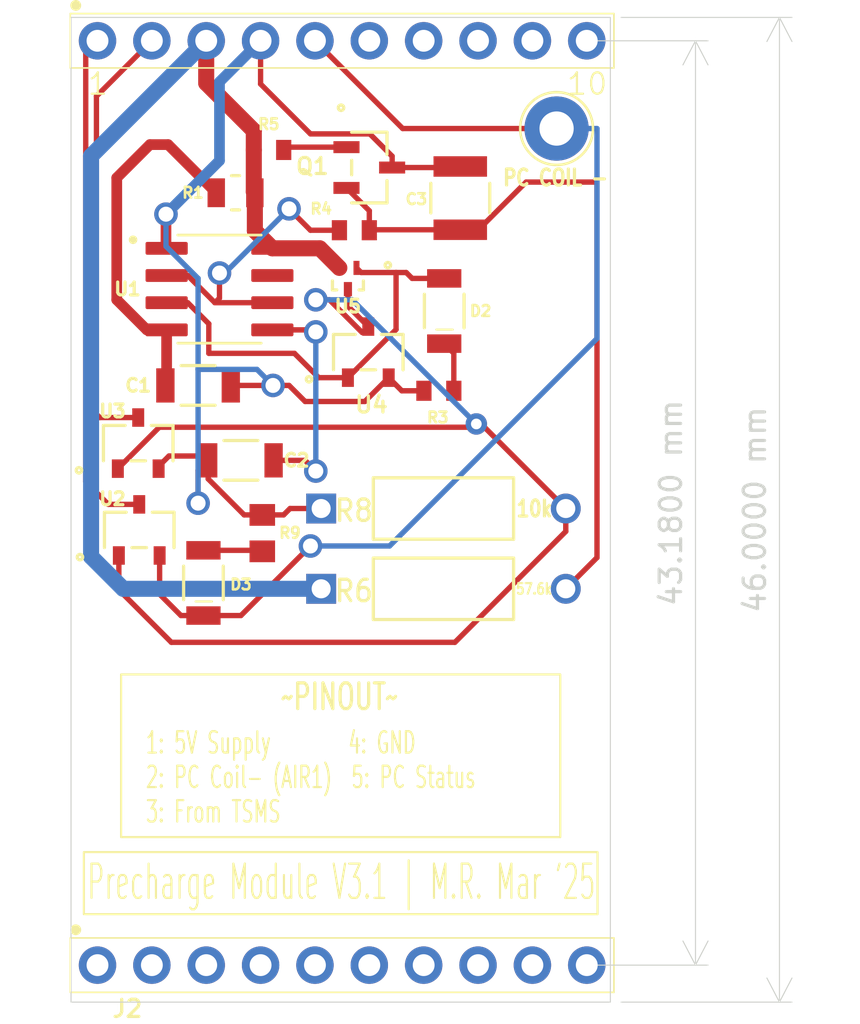
<source format=kicad_pcb>
(kicad_pcb (version 20240108) (generator "pcbnew") (generator_version "8.0")
  (layers (0 "F.Cu" signal) (31 "B.Cu" signal) (34 "B.Paste" user) (35 "F.Paste" user) (36 "B.SilkS" user "B.Silkscreen") (37 "F.SilkS" user "F.Silkscreen") (38 "B.Mask" user) (39 "F.Mask" user) (44 "Edge.Cuts" user))
  (net 0 "")
  (net 1 "Net-(Q1-C)")
  (net 2 "Net-(U1-CV)")
  (net 3 "Net-(U1-R)")
  (net 4 "Net-(D2-K)")
  (net 5 "Net-(D2-A)")
  (net 6 "Net-(D3-A)")
  (net 7 "Net-(D3-K)")
  (net 8 "Net-(U3-D)")
  (net 9 "Net-(U2-D)")
  (net 10 "Net-(Q1-E)")
  (net 11 "Net-(Q1-B)")
  (net 12 "Net-(U1-THR)")
  (net 14 "Net-(U1-VCC)")
  (net 15 "Net-(U3-G)")
  (net 16 "Net-(U2-G)")
  (footprint "Yellow RTDS LED:LED_AP3216SYD_KNB" (layer "F.Cu") (at 55.75 50.726 -90)
    (property "Reference" "D3" (at 0.074 -1.75 0) (layer "F.SilkS") (effects (font (size 0.5 0.5) (thickness 0.125))))
    (property "Value" "LED (Test)")
    (fp_line (start -0.78465 0.9271) (end 0.78465 0.9271) (stroke (width 0.1524)) (layer "F.SilkS"))
    (fp_line (start 0.78465 -0.9271) (end -0.78465 -0.9271) (stroke (width 0.1524)) (layer "F.SilkS"))
    (pad "1" smd rect (at -1.524 0 270) (size 0.8636 1.6002) (layers "F.Cu" "F.Paste" "F.Mask") (net 7 "Net-(D3-K)"))
    (pad "2" smd rect (at 1.524 0 270) (size 0.8636 1.6002) (layers "F.Cu" "F.Paste" "F.Mask") (net 6 "Net-(D3-A)"))
  )
  (footprint "CF14JT10K0:STA_CF14_STP" (layer "F.Cu") (at 61.25 51)
    (property "Reference" "R6" (at 1.53 0.1 0) (layer "F.SilkS") (effects (font (size 1 0.9))))
    (property "Value" "57.6k")
    (fp_line (start 2.4384 -1.4351) (end 2.4384 1.4351) (stroke (width 0.1524)) (layer "F.SilkS"))
    (fp_line (start 2.4384 1.4351) (end 8.9916 1.4351) (stroke (width 0.1524)) (layer "F.SilkS"))
    (fp_line (start 8.9916 -1.4351) (end 2.4384 -1.4351) (stroke (width 0.1524)) (layer "F.SilkS"))
    (fp_line (start 8.9916 1.4351) (end 8.9916 -1.4351) (stroke (width 0.1524)) (layer "F.SilkS"))
    (pad "1" thru_hole rect (at 0 0) (size 1.397 1.397) (drill 0.889) (layers "*.Cu" "*.Mask") (net 14 "Net-(U1-VCC)"))
    (pad "2" thru_hole circle (at 11.43 0) (size 1.397 1.397) (drill 0.889) (layers "*.Cu" "*.Mask") (net 10 "Net-(Q1-E)"))
  )
  (footprint "TestPoint:TestPoint_Loop_D2.60mm_Drill1.6mm_Beaded" (layer "F.Cu") (at 72.25 29.5)
    (property "Reference" "PC COIL -" (at -0.05 2.3 0) (layer "F.SilkS") (effects (font (size 0.75 0.6))))
    (property "Value" "TestPoint")
    (fp_circle (center 0 0) (end 1.7 0) (stroke (width 0.12)) (fill none) (layer "F.SilkS"))
    (pad "1" thru_hole circle (at 0 0) (size 3 3) (drill 1.6) (layers "*.Cu" "*.Mask") (net 6 "Net-(D3-A)"))
  )
  (footprint "Transistor:SOT-23_MCC" (layer "F.Cu") (at 63.5 31.3215 -90)
    (property "Reference" "Q1" (at -0.0609 2.663 0) (layer "F.SilkS") (effects (font (size 0.75 0.75))))
    (property "Value" "SS8550")
    (fp_line (start -0.34036 0.8255) (end 0.34036 0.8255) (stroke (width 0.1524)) (layer "F.SilkS"))
    (fp_line (start 1.651 0.8255) (end 1.651 -0.8255) (stroke (width 0.1524)) (layer "F.SilkS"))
    (fp_line (start -1.651 -0.8255) (end -1.651 0.8255) (stroke (width 0.1524)) (layer "F.SilkS"))
    (fp_line (start -0.61214 -0.8255) (end -1.651 -0.8255) (stroke (width 0.1524)) (layer "F.SilkS"))
    (fp_line (start 1.651 -0.8255) (end 0.61214 -0.8255) (stroke (width 0.1524)) (layer "F.SilkS"))
    (fp_circle (center -2.794 1.3208) (end -2.667 1.3208) (stroke (width 0.1524)) (fill none) (layer "F.SilkS"))
    (pad "1" smd rect (at -0.9525 1.0668 270) (size 0.5588 1.2192) (layers "F.Cu" "F.Paste" "F.Mask") (net 11 "Net-(Q1-B)"))
    (pad "2" smd rect (at 0.9525 1.0668 270) (size 0.5588 1.2192) (layers "F.Cu" "F.Paste" "F.Mask") (net 10 "Net-(Q1-E)"))
    (pad "3" smd rect (at 0 -1.0668 270) (size 0.5588 1.2192) (layers "F.Cu" "F.Paste" "F.Mask") (net 1 "Net-(Q1-C)"))
  )
  (footprint "1k Resistor:STA_RMCF0603_STP" (layer "F.Cu") (at 66.75 41.75 180)
    (property "Reference" "R3" (at 0.0515 -1.25 0) (layer "F.SilkS") (effects (font (size 0.5 0.5) (thickness 0.125))))
    (property "Value" "1k")
    (pad "1" smd rect (at -0.6985 0 180) (size 0.7112 0.9398) (layers "F.Cu" "F.Paste" "F.Mask") (net 4 "Net-(D2-K)"))
    (pad "2" smd rect (at 0.6985 0 180) (size 0.7112 0.9398) (layers "F.Cu" "F.Paste" "F.Mask") (net 1 "Net-(Q1-C)"))
  )
  (footprint "Capacitor 47u:CAP_CL32_SAM" (layer "F.Cu") (at 67.75 32.75 90)
    (property "Reference" "C3" (at -0.05 -2.05 0) (layer "F.SilkS") (effects (font (size 0.5 0.5) (thickness 0.125))))
    (property "Value" "47u")
    (fp_line (start 0.692451 -1.377) (end -0.692451 -1.377) (stroke (width 0.1524)) (layer "F.SilkS"))
    (fp_line (start -0.692451 1.377) (end 0.692451 1.377) (stroke (width 0.1524)) (layer "F.SilkS"))
    (pad "1" smd rect (at -1.477801 0 90) (size 0.9556 2.5) (layers "F.Cu" "F.Paste" "F.Mask") (net 10 "Net-(Q1-E)"))
    (pad "2" smd rect (at 1.477801 0 90) (size 0.9556 2.5) (layers "F.Cu" "F.Paste" "F.Mask") (net 1 "Net-(Q1-C)"))
  )
  (footprint "Yellow RTDS LED:LED_AP3216SYD_KNB" (layer "F.Cu") (at 67 38.024 90)
    (property "Reference" "D2" (at 0 1.7 0) (layer "F.SilkS") (effects (font (size 0.5 0.5) (thickness 0.125))))
    (property "Value" "3 second timer")
    (fp_line (start 0.78465 -0.9271) (end -0.78465 -0.9271) (stroke (width 0.1524)) (layer "F.SilkS"))
    (fp_line (start -0.78465 0.9271) (end 0.78465 0.9271) (stroke (width 0.1524)) (layer "F.SilkS"))
    (pad "1" smd rect (at -1.524 0 90) (size 0.8636 1.6002) (layers "F.Cu" "F.Paste" "F.Mask") (net 4 "Net-(D2-K)"))
    (pad "2" smd rect (at 1.524 0 90) (size 0.8636 1.6002) (layers "F.Cu" "F.Paste" "F.Mask") (net 5 "Net-(D2-A)"))
  )
  (footprint "150 Ohm resistor:RC0805N_YAG" (layer "F.Cu") (at 58.5 48.3991 -90)
    (property "Reference" "R9" (at -0.012 -1.2916 0) (layer "F.SilkS") (effects (font (size 0.5 0.5) (thickness 0.125))))
    (property "Value" "150R")
    (pad "1" smd rect (at -0.8509 0 270) (size 1.016 1.1938) (layers "F.Cu" "F.Paste" "F.Mask") (net 1 "Net-(Q1-C)"))
    (pad "2" smd rect (at 0.8509 0 270) (size 1.016 1.1938) (layers "F.Cu" "F.Paste" "F.Mask") (net 7 "Net-(D3-K)"))
  )
  (footprint "CF14JT10K0:STA_CF14_STP" (layer "F.Cu") (at 61.25 47.25)
    (property "Reference" "R8" (at 1.53 0.1 0) (layer "F.SilkS") (effects (font (size 1 0.9))))
    (property "Value" "10k")
    (fp_line (start 2.4384 -1.4351) (end 2.4384 1.4351) (stroke (width 0.1524)) (layer "F.SilkS"))
    (fp_line (start 2.4384 1.4351) (end 8.9916 1.4351) (stroke (width 0.1524)) (layer "F.SilkS"))
    (fp_line (start 8.9916 -1.4351) (end 2.4384 -1.4351) (stroke (width 0.1524)) (layer "F.SilkS"))
    (fp_line (start 8.9916 1.4351) (end 8.9916 -1.4351) (stroke (width 0.1524)) (layer "F.SilkS"))
    (pad "1" thru_hole rect (at 0 0) (size 1.397 1.397) (drill 0.889) (layers "*.Cu" "*.Mask") (net 1 "Net-(Q1-C)"))
    (pad "2" thru_hole circle (at 11.43 0) (size 1.397 1.397) (drill 0.889) (layers "*.Cu" "*.Mask") (net 16 "Net-(U2-G)"))
  )
  (footprint "0.1 C:CAP_CL31_SAM" (layer "F.Cu") (at 55.5 41.5)
    (property "Reference" "C1" (at -2.8 0 0) (layer "F.SilkS") (effects (font (size 0.6 0.6))))
    (property "Value" "0.1u")
    (fp_line (start -0.792451 0.927) (end 0.792451 0.927) (stroke (width 0.1524)) (layer "F.SilkS"))
    (fp_line (start 0.792451 -0.927) (end -0.792451 -0.927) (stroke (width 0.1524)) (layer "F.SilkS"))
    (pad "1" smd rect (at -1.527801 0) (size 0.8556 1.6) (layers "F.Cu" "F.Paste" "F.Mask") (net 3 "Net-(U1-R)"))
    (pad "2" smd rect (at 1.527801 0) (size 0.8556 1.6) (layers "F.Cu" "F.Paste" "F.Mask") (net 1 "Net-(Q1-C)"))
  )
  (footprint "0.1 C:CAP_CL31_SAM" (layer "F.Cu") (at 57.5 45 180)
    (property "Reference" "C2" (at -2.6 0 0) (layer "F.SilkS") (effects (font (size 0.6 0.6))))
    (property "Value" "0.1u")
    (fp_line (start 0.792451 -0.927) (end -0.792451 -0.927) (stroke (width 0.1524)) (layer "F.SilkS"))
    (fp_line (start -0.792451 0.927) (end 0.792451 0.927) (stroke (width 0.1524)) (layer "F.SilkS"))
    (pad "1" smd rect (at -1.527801 0 180) (size 0.8556 1.6) (layers "F.Cu" "F.Paste" "F.Mask") (net 2 "Net-(U1-CV)"))
    (pad "2" smd rect (at 1.527801 0 180) (size 0.8556 1.6) (layers "F.Cu" "F.Paste" "F.Mask") (net 1 "Net-(Q1-C)"))
  )
  (footprint "1k Resistor:STA_RMCF0603_STP" (layer "F.Cu") (at 58.8015 30.5)
    (property "Reference" "R5" (at 0 -1.2 0) (layer "F.SilkS") (effects (font (size 0.5 0.5) (thickness 0.125))))
    (property "Value" "1k")
    (pad "1" smd rect (at -0.6985 0) (size 0.7112 0.9398) (layers "F.Cu" "F.Paste" "F.Mask") (net 14 "Net-(U1-VCC)"))
    (pad "2" smd rect (at 0.6985 0) (size 0.7112 0.9398) (layers "F.Cu" "F.Paste" "F.Mask") (net 11 "Net-(Q1-B)"))
  )
  (footprint "IRLML2060TRPBF:SOT23_INF" (layer "F.Cu") (at 52.75 48.25)
    (property "Reference" "U2" (at -1.25 -1.45 0) (layer "F.SilkS") (effects (font (size 0.6 0.6))))
    (property "Value" "IRLML2060TRPBF")
    (fp_line (start -1.6256 -0.8255) (end -1.6256 0.8255) (stroke (width 0.1524)) (layer "F.SilkS"))
    (fp_line (start -0.61214 -0.8255) (end -1.6256 -0.8255) (stroke (width 0.1524)) (layer "F.SilkS"))
    (fp_line (start -0.34036 0.8255) (end 0.34036 0.8255) (stroke (width 0.1524)) (layer "F.SilkS"))
    (fp_line (start 1.6256 -0.8255) (end 0.61214 -0.8255) (stroke (width 0.1524)) (layer "F.SilkS"))
    (fp_line (start 1.6256 0.8255) (end 1.6256 -0.8255) (stroke (width 0.1524)) (layer "F.SilkS"))
    (fp_circle (center -2.7686 1.27) (end -2.6416 1.27) (stroke (width 0.1524)) (fill none) (layer "F.SilkS"))
    (pad "1" smd rect (at -0.9525 1.1938) (size 0.5588 0.8636) (layers "F.Cu" "F.Paste" "F.Mask") (net 16 "Net-(U2-G)"))
    (pad "2" smd rect (at 0.9525 1.1938) (size 0.5588 0.8636) (layers "F.Cu" "F.Paste" "F.Mask") (net 6 "Net-(D3-A)"))
    (pad "3" smd rect (at 0 -1.1938) (size 0.5588 0.8636) (layers "F.Cu" "F.Paste" "F.Mask") (net 9 "Net-(U2-D)"))
  )
  (footprint "IRLML2060TRPBF:SOT23_INF" (layer "F.Cu") (at 52.7025 44.1938)
    (property "Reference" "U3" (at -1.2025 -1.4938 0) (layer "F.SilkS") (effects (font (size 0.6 0.6))))
    (property "Value" "IRLML2060TRPBF")
    (fp_line (start -1.6256 -0.8255) (end -1.6256 0.8255) (stroke (width 0.1524)) (layer "F.SilkS"))
    (fp_line (start -0.61214 -0.8255) (end -1.6256 -0.8255) (stroke (width 0.1524)) (layer "F.SilkS"))
    (fp_line (start -0.34036 0.8255) (end 0.34036 0.8255) (stroke (width 0.1524)) (layer "F.SilkS"))
    (fp_line (start 1.6256 -0.8255) (end 0.61214 -0.8255) (stroke (width 0.1524)) (layer "F.SilkS"))
    (fp_line (start 1.6256 0.8255) (end 1.6256 -0.8255) (stroke (width 0.1524)) (layer "F.SilkS"))
    (fp_circle (center -2.7686 1.27) (end -2.6416 1.27) (stroke (width 0.1524)) (fill none) (layer "F.SilkS"))
    (pad "1" smd rect (at -0.9525 1.1938) (size 0.5588 0.8636) (layers "F.Cu" "F.Paste" "F.Mask") (net 16 "Net-(U2-G)"))
    (pad "2" smd rect (at 0.9525 1.1938) (size 0.5588 0.8636) (layers "F.Cu" "F.Paste" "F.Mask") (net 1 "Net-(Q1-C)"))
    (pad "3" smd rect (at 0 -1.1938) (size 0.5588 0.8636) (layers "F.Cu" "F.Paste" "F.Mask") (net 8 "Net-(U3-D)"))
  )
  (footprint "1k Resistor:STA_RMCF0603_STP" (layer "F.Cu") (at 62.8015 34.25)
    (property "Reference" "R4" (at -1.5515 -1 0) (layer "F.SilkS") (effects (font (size 0.5 0.5) (thickness 0.125))))
    (property "Value" "1k")
    (pad "1" smd rect (at -0.6985 0) (size 0.7112 0.9398) (layers "F.Cu" "F.Paste" "F.Mask") (net 12 "Net-(U1-THR)"))
    (pad "2" smd rect (at 0.6985 0) (size 0.7112 0.9398) (layers "F.Cu" "F.Paste" "F.Mask") (net 10 "Net-(Q1-E)"))
  )
  (footprint "10 pin output:1X10-2.54MM-THT" (layer "F.Cu") (at 50.8 68.58)
    (property "Reference" "J2" (at 1.397 2.032 0) (layer "F.SilkS") (effects (font (size 0.8 0.8))))
    (property "Value" "PH1-10-UA")
    (fp_line (start -1.27 -1.27) (end -1.27 1.27) (stroke (width 0.0762)) (layer "F.SilkS"))
    (fp_line (start -1.27 -1.27) (end 24.13 -1.27) (stroke (width 0.0762)) (layer "F.SilkS"))
    (fp_line (start 24.13 -1.27) (end 24.13 1.27) (stroke (width 0.0762)) (layer "F.SilkS"))
    (fp_line (start 24.13 1.27) (end -1.27 1.27) (stroke (width 0.0762)) (layer "F.SilkS"))
    (fp_circle (center -1.016 -1.651) (end -0.762 -1.651) (fill solid) (layer "F.SilkS"))
    (pad "1" thru_hole circle (at 0 0) (size 1.75 1.75) (drill 1.02) (layers "*.Cu" "*.Mask"))
    (pad "2" thru_hole circle (at 2.54 0) (size 1.75 1.75) (drill 1.02) (layers "*.Cu" "*.Mask"))
    (pad "3" thru_hole circle (at 5.08 0) (size 1.75 1.75) (drill 1.02) (layers "*.Cu" "*.Mask"))
    (pad "4" thru_hole circle (at 7.62 0) (size 1.75 1.75) (drill 1.02) (layers "*.Cu" "*.Mask"))
    (pad "5" thru_hole circle (at 10.16 0) (size 1.75 1.75) (drill 1.02) (layers "*.Cu" "*.Mask"))
    (pad "6" thru_hole circle (at 12.7 0) (size 1.75 1.75) (drill 1.02) (layers "*.Cu" "*.Mask"))
    (pad "7" thru_hole circle (at 15.24 0) (size 1.75 1.75) (drill 1.02) (layers "*.Cu" "*.Mask"))
    (pad "8" thru_hole circle (at 17.78 0) (size 1.75 1.75) (drill 1.02) (layers "*.Cu" "*.Mask"))
    (pad "9" thru_hole circle (at 20.32 0) (size 1.75 1.75) (drill 1.02) (layers "*.Cu" "*.Mask"))
    (pad "10" thru_hole circle (at 22.86 0) (size 1.75 1.75) (drill 1.02) (layers "*.Cu" "*.Mask"))
  )
  (footprint "555 Timer:SOIC127P599X175-8N" (layer "F.Cu") (at 56.5 37)
    (property "Reference" "U1" (at -4.3 0 0) (layer "F.SilkS") (effects (font (size 0.6 0.6))))
    (property "Value" "NE555D")
    (fp_line (start -1.95 -2.525) (end 1.95 -2.525) (stroke (width 0.127)) (layer "F.SilkS"))
    (fp_line (start -1.95 2.525) (end 1.95 2.525) (stroke (width 0.127)) (layer "F.SilkS"))
    (fp_circle (center -4.04 -2.305) (end -3.94 -2.305) (stroke (width 0.2)) (fill none) (layer "F.SilkS"))
    (pad "1" smd roundrect (at -2.47 -1.905) (size 1.97 0.6) (layers "F.Cu" "F.Paste" "F.Mask") (roundrect_rratio 0.125) (net 1 "Net-(Q1-C)"))
    (pad "2" smd roundrect (at -2.47 -0.635) (size 1.97 0.6) (layers "F.Cu" "F.Paste" "F.Mask") (roundrect_rratio 0.125) (net 12 "Net-(U1-THR)"))
    (pad "3" smd roundrect (at -2.47 0.635) (size 1.97 0.6) (layers "F.Cu" "F.Paste" "F.Mask") (roundrect_rratio 0.125) (net 5 "Net-(D2-A)"))
    (pad "4" smd roundrect (at -2.47 1.905) (size 1.97 0.6) (layers "F.Cu" "F.Paste" "F.Mask") (roundrect_rratio 0.125) (net 3 "Net-(U1-R)"))
    (pad "5" smd roundrect (at 2.47 1.905) (size 1.97 0.6) (layers "F.Cu" "F.Paste" "F.Mask") (roundrect_rratio 0.125) (net 2 "Net-(U1-CV)"))
    (pad "6" smd roundrect (at 2.47 0.635) (size 1.97 0.6) (layers "F.Cu" "F.Paste" "F.Mask") (roundrect_rratio 0.125) (net 12 "Net-(U1-THR)"))
    (pad "7" smd roundrect (at 2.47 -0.635) (size 1.97 0.6) (layers "F.Cu" "F.Paste" "F.Mask") (roundrect_rratio 0.125))
    (pad "8" smd roundrect (at 2.47 -1.905) (size 1.97 0.6) (layers "F.Cu" "F.Paste" "F.Mask") (roundrect_rratio 0.125) (net 14 "Net-(U1-VCC)"))
  )
  (footprint "IRLML2060TRPBF:SOT23_INF" (layer "F.Cu") (at 63.4525 39.9438)
    (property "Reference" "U4" (at 0.1475 2.4562 0) (layer "F.SilkS") (effects (font (size 0.75 0.75))))
    (property "Value" "IRLML2060TRPBF")
    (fp_line (start -1.6256 -0.8255) (end -1.6256 0.8255) (stroke (width 0.1524)) (layer "F.SilkS"))
    (fp_line (start -0.61214 -0.8255) (end -1.6256 -0.8255) (stroke (width 0.1524)) (layer "F.SilkS"))
    (fp_line (start -0.34036 0.8255) (end 0.34036 0.8255) (stroke (width 0.1524)) (layer "F.SilkS"))
    (fp_line (start 1.6256 -0.8255) (end 0.61214 -0.8255) (stroke (width 0.1524)) (layer "F.SilkS"))
    (fp_line (start 1.6256 0.8255) (end 1.6256 -0.8255) (stroke (width 0.1524)) (layer "F.SilkS"))
    (fp_circle (center -2.7686 1.27) (end -2.6416 1.27) (stroke (width 0.1524)) (fill none) (layer "F.SilkS"))
    (pad "1" smd rect (at -0.9525 1.1938) (size 0.5588 0.8636) (layers "F.Cu" "F.Paste" "F.Mask") (net 5 "Net-(D2-A)"))
    (pad "2" smd rect (at 0.9525 1.1938) (size 0.5588 0.8636) (layers "F.Cu" "F.Paste" "F.Mask") (net 1 "Net-(Q1-C)"))
    (pad "3" smd rect (at 0 -1.1938) (size 0.5588 0.8636) (layers "F.Cu" "F.Paste" "F.Mask") (net 16 "Net-(U2-G)"))
  )
  (footprint "22k resistor:STA_RMCF0805_STP" (layer "F.Cu") (at 57.25 32.5)
    (property "Reference" "R1" (at -1.9916 0 0) (layer "F.SilkS") (effects (font (size 0.5 0.5) (thickness 0.125))))
    (property "Value" "22k")
    (fp_line (start -0.18775 0.8001) (end 0.18775 0.8001) (stroke (width 0.1524)) (layer "F.SilkS"))
    (fp_line (start 0.18775 -0.8001) (end -0.18775 -0.8001) (stroke (width 0.1524)) (layer "F.SilkS"))
    (pad "1" smd rect (at -0.9017 0) (size 0.8128 1.3462) (layers "F.Cu" "F.Paste" "F.Mask") (net 3 "Net-(U1-R)"))
    (pad "2" smd rect (at 0.9017 0) (size 0.8128 1.3462) (layers "F.Cu" "F.Paste" "F.Mask") (net 14 "Net-(U1-VCC)"))
  )
  (footprint "10 pin output:1X10-2.54MM-THT" (layer "F.Cu") (at 50.8 25.4)
    (property "Reference" "J1" (hide yes))
    (property "Value" "PH1-10-UA")
    (fp_line (start -1.27 -1.27) (end -1.27 1.27) (stroke (width 0.0762)) (layer "F.SilkS"))
    (fp_line (start -1.27 -1.27) (end 24.13 -1.27) (stroke (width 0.0762)) (layer "F.SilkS"))
    (fp_line (start 24.13 -1.27) (end 24.13 1.27) (stroke (width 0.0762)) (layer "F.SilkS"))
    (fp_line (start 24.13 1.27) (end -1.27 1.27) (stroke (width 0.0762)) (layer "F.SilkS"))
    (fp_circle (center -1.016 -1.651) (end -0.762 -1.651) (fill solid) (layer "F.SilkS"))
    (pad "1" thru_hole circle (at 0 0) (size 1.75 1.75) (drill 1.02) (layers "*.Cu" "*.Mask") (net 9 "Net-(U2-D)"))
    (pad "2" thru_hole circle (at 2.54 0) (size 1.75 1.75) (drill 1.02) (layers "*.Cu" "*.Mask") (net 8 "Net-(U3-D)"))
    (pad "3" thru_hole circle (at 5.08 0) (size 1.75 1.75) (drill 1.02) (layers "*.Cu" "*.Mask") (net 14 "Net-(U1-VCC)"))
    (pad "4" thru_hole circle (at 7.62 0) (size 1.75 1.75) (drill 1.02) (layers "*.Cu" "*.Mask") (net 1 "Net-(Q1-C)"))
    (pad "5" thru_hole circle (at 10.16 0) (size 1.75 1.75) (drill 1.02) (layers "*.Cu" "*.Mask") (net 6 "Net-(D3-A)"))
    (pad "6" thru_hole circle (at 12.7 0) (size 1.75 1.75) (drill 1.02) (layers "*.Cu" "*.Mask"))
    (pad "7" thru_hole circle (at 15.24 0) (size 1.75 1.75) (drill 1.02) (layers "*.Cu" "*.Mask"))
    (pad "8" thru_hole circle (at 17.78 0) (size 1.75 1.75) (drill 1.02) (layers "*.Cu" "*.Mask"))
    (pad "9" thru_hole circle (at 20.32 0) (size 1.75 1.75) (drill 1.02) (layers "*.Cu" "*.Mask"))
    (pad "10" thru_hole circle (at 22.86 0) (size 1.75 1.75) (drill 1.02) (layers "*.Cu" "*.Mask"))
  )
  (footprint "PMOS:VESM_TOS" (layer "F.Cu") (at 62.5 36.5047 180)
    (property "Reference" "U5" (at 0 -1.2953 0) (layer "F.SilkS") (effects (font (size 0.6 0.6))))
    (property "Value" "SSM3J56MFV_L3F")
    (fp_line (start 0.7239 -0.112037) (end 0.7239 -0.5334) (stroke (width 0.1524)) (layer "F.SilkS"))
    (fp_line (start 0.7239 -0.5334) (end 0.52324 -0.5334) (stroke (width 0.1524)) (layer "F.SilkS"))
    (fp_line (start -0.52324 -0.5334) (end -0.7239 -0.5334) (stroke (width 0.1524)) (layer "F.SilkS"))
    (fp_line (start -0.7239 -0.5334) (end -0.7239 -0.112037) (stroke (width 0.1524)) (layer "F.SilkS"))
    (fp_circle (center -1.8669 0.6223) (end -1.7399 0.6223) (stroke (width 0.1524)) (fill none) (layer "F.SilkS"))
    (pad "1" smd rect (at -0.40005 0.4953 180) (size 0.2794 0.6604) (layers "F.Cu" "F.Paste" "F.Mask") (net 5 "Net-(D2-A)"))
    (pad "2" smd rect (at 0.40005 0.4953 180) (size 0.2794 0.6604) (layers "F.Cu" "F.Paste" "F.Mask") (net 14 "Net-(U1-VCC)"))
    (pad "3" smd rect (at 0 -0.4953 180) (size 0.381 0.6604) (layers "F.Cu" "F.Paste" "F.Mask") (net 15 "Net-(U3-G)"))
  )
  (gr_rect (start 51.903596 55) (end 72.422405 62.6) (stroke (width 0.1)) (fill none) (layer "F.SilkS"))
  (gr_rect (start 50.163 63.3) (end 74.163 66.2) (stroke (width 0.1)) (fill none) (layer "F.SilkS"))
  (gr_rect (start 49.563 24.3084) (end 74.763 70.3084) (stroke (width 0.05)) (fill none) (layer "Edge.Cuts"))
  (gr_text "1" (at 50.27381 28 0) (layer "F.SilkS") (effects (font (size 1 1) (thickness 0.1)) (justify left bottom)))
  (gr_text "1: 5V Supply	4: GND\n2: PC Coil- (AIR1)  5: PC Status\n3: From TSMS" (at 53.001572 62 0) (layer "F.SilkS") (effects (font (size 1 0.6) (thickness 0.1)) (justify left bottom)))
  (gr_text "-" (at 55.080953 52.1 0) (layer "F.SilkS") (effects (font (size 1 1) (thickness 0.1)) (justify left bottom)))
  (gr_text "10" (at 72.657619 28 0) (layer "F.SilkS") (effects (font (size 1 1) (thickness 0.1)) (justify left bottom)))
  (gr_text "10k\n" (at 70.3 47.7 0) (layer "F.SilkS") (effects (font (size 0.75 0.6) (thickness 0.15) (bold yes)) (justify left bottom)))
  (gr_text "-" (at 66.330953 39.4 0) (layer "F.SilkS") (effects (font (size 1 1) (thickness 0.1)) (justify left bottom)))
  (gr_text "Precharge Module V3.1 | M.R. Mar '25\n" (at 50.264427 65.6385 0) (layer "F.SilkS") (effects (font (size 1.6 0.8) (thickness 0.1)) (justify left bottom)))
  (gr_text "~PINOUT~" (at 59.294191 56.75 0) (layer "F.SilkS") (effects (font (size 1.2 0.8) (thickness 0.15) (bold yes)) (justify left bottom)))
  (gr_text "57.6k" (at 70.3 51.3 0) (layer "F.SilkS") (effects (font (size 0.5 0.4) (thickness 0.1) (bold yes)) (justify left bottom)))
  (dimension (type aligned) (layer "Edge.Cuts") (pts (xy 74.763 24.3084) (xy 74.763 70.3084)) (height -7.9) (gr_text "46.0000 mm" (at 81.513 47.3084 90) (layer "Edge.Cuts") (effects (font (size 1 1) (thickness 0.15)))) (format (prefix "") (suffix "") (units 3) (units_format 1) (precision 4)) (style (thickness 0.05) (arrow_length 1.27) (text_position_mode 0) (extension_height 0.58642) (extension_offset 0.5) keep_text_aligned))
  (dimension (type aligned) (layer "Edge.Cuts") (pts (xy 73.66 68.58) (xy 73.66 25.4)) (height 5.08) (gr_text "43.1800 mm" (at 77.59 46.99 90) (layer "Edge.Cuts") (effects (font (size 1 1) (thickness 0.15)))) (format (prefix "") (suffix "") (units 3) (units_format 1) (precision 4)) (style (thickness 0.05) (arrow_length 1.27) (text_position_mode 0) (extension_height 0.58642) (extension_offset 0.5) keep_text_aligned))
  (segment (start 66.0515 41.75) (end 65.0174 41.75) (width 0.25) (layer "F.Cu") (net 1))
  (segment (start 58.5 47.5482) (end 57.6531 47.5482) (width 0.25) (layer "F.Cu") (net 1))
  (segment (start 59.75 41.5) (end 60.5 42.25) (width 0.25) (layer "F.Cu") (net 1))
  (segment (start 59.75 41.5) (end 59 41.5) (width 0.25) (layer "F.Cu") (net 1))
  (segment (start 65.0174 41.75) (end 64.405 41.1376) (width 0.25) (layer "F.Cu") (net 1))
  (segment (start 59.7949 47.25) (end 59.4967 47.5482) (width 0.25) (layer "F.Cu") (net 1))
  (segment (start 58.42 27.42) (end 58.42 25.4) (width 0.25) (layer "F.Cu") (net 1))
  (segment (start 67.700699 31.3215) (end 67.75 31.272199) (width 0.25) (layer "F.Cu") (net 1))
  (segment (start 64.5668 31.3215) (end 64.5668 30.7921) (width 0.25) (layer "F.Cu") (net 1))
  (segment (start 55.769699 44.7975) (end 55.972199 45) (width 0.25) (layer "F.Cu") (net 1))
  (segment (start 54.1376 44.7975) (end 53.5475 45.3876) (width 0.25) (layer "F.Cu") (net 1))
  (segment (start 64.5668 30.7921) (end 63.5247 29.75) (width 0.25) (layer "F.Cu") (net 1))
  (segment (start 63.5247 29.75) (end 60.75 29.75) (width 0.25) (layer "F.Cu") (net 1))
  (segment (start 55.5 45.472199) (end 55.972199 45) (width 0.25) (layer "F.Cu") (net 1))
  (segment (start 57.6531 47.5482) (end 55.972199 45.867299) (width 0.25) (layer "F.Cu") (net 1))
  (segment (start 54 35.065) (end 54.03 35.095) (width 0.25) (layer "F.Cu") (net 1))
  (segment (start 63.2926 42.25) (end 64.405 41.1376) (width 0.25) (layer "F.Cu") (net 1))
  (segment (start 61.25 47.25) (end 59.7949 47.25) (width 0.25) (layer "F.Cu") (net 1))
  (segment (start 64.5668 31.3215) (end 67.700699 31.3215) (width 0.25) (layer "F.Cu") (net 1))
  (segment (start 55.972199 45.867299) (end 55.972199 45) (width 0.25) (layer "F.Cu") (net 1))
  (segment (start 54 33.5) (end 54 35.065) (width 0.5) (layer "F.Cu") (net 1))
  (segment (start 54.1376 44.7975) (end 55.769699 44.7975) (width 0.25) (layer "F.Cu") (net 1))
  (segment (start 60.5 42.25) (end 63.2926 42.25) (width 0.25) (layer "F.Cu") (net 1))
  (segment (start 57.027801 41.5) (end 59 41.5) (width 0.25) (layer "F.Cu") (net 1))
  (segment (start 55.5 47) (end 55.5 45.472199) (width 0.25) (layer "F.Cu") (net 1))
  (segment (start 60.75 29.75) (end 58.42 27.42) (width 0.25) (layer "F.Cu") (net 1))
  (segment (start 59.4967 47.5482) (end 58.5 47.5482) (width 0.25) (layer "F.Cu") (net 1))
  (via (at 55.5 47) (size 1.1) (drill 0.7) (layers "F.Cu" "B.Cu") (net 1))
  (via (at 54 33.5) (size 1.1) (drill 0.7) (layers "F.Cu" "B.Cu") (net 1))
  (via (at 59 41.5) (size 1.1) (drill 0.7) (layers "F.Cu" "B.Cu") (net 1))
  (segment (start 54 33.5) (end 54 35) (width 0.25) (layer "B.Cu") (net 1))
  (segment (start 54 33.5) (end 56.5 31) (width 0.5) (layer "B.Cu") (net 1))
  (segment (start 55.5 47) (end 55.5 40.75) (width 0.25) (layer "B.Cu") (net 1))
  (segment (start 56.5 27.32) (end 58.42 25.4) (width 0.5) (layer "B.Cu") (net 1))
  (segment (start 56.5 31) (end 56.5 27.32) (width 0.5) (layer "B.Cu") (net 1))
  (segment (start 54 35) (end 55.5 36.5) (width 0.25) (layer "B.Cu") (net 1))
  (segment (start 59 41.5) (end 58.25 40.75) (width 0.25) (layer "B.Cu") (net 1))
  (segment (start 55.5 36.5) (end 55.5 40.75) (width 0.25) (layer "B.Cu") (net 1))
  (segment (start 58.25 40.75) (end 55.5 40.75) (width 0.25) (layer "B.Cu") (net 1))
  (segment (start 60.5 45) (end 61 45.5) (width 0.25) (layer "F.Cu") (net 2))
  (segment (start 59.027801 45) (end 60.5 45) (width 0.25) (layer "F.Cu") (net 2))
  (segment (start 60.905 38.905) (end 61 39) (width 0.25) (layer "F.Cu") (net 2))
  (segment (start 58.97 38.905) (end 60.905 38.905) (width 0.25) (layer "F.Cu") (net 2))
  (via (at 61 39) (size 1.1) (drill 0.7) (layers "F.Cu" "B.Cu") (net 2))
  (via (at 61 45.5) (size 1.1) (drill 0.7) (layers "F.Cu" "B.Cu") (net 2))
  (segment (start 61 39) (end 61 45.5) (width 0.25) (layer "B.Cu") (net 2))
  (segment (start 54.03 38.905) (end 53.105 38.905) (width 0.5) (layer "F.Cu") (net 3))
  (segment (start 53.25 30.25) (end 54.0983 30.25) (width 0.5) (layer "F.Cu") (net 3))
  (segment (start 54.03 41.442199) (end 53.972199 41.5) (width 0.5) (layer "F.Cu") (net 3))
  (segment (start 54.0983 30.25) (end 56.3483 32.5) (width 0.5) (layer "F.Cu") (net 3))
  (segment (start 51.7 37.5) (end 51.7 31.8) (width 0.5) (layer "F.Cu") (net 3))
  (segment (start 54.03 38.905) (end 54.03 41.442199) (width 0.5) (layer "F.Cu") (net 3))
  (segment (start 51.7 31.8) (end 53.25 30.25) (width 0.5) (layer "F.Cu") (net 3))
  (segment (start 53.105 38.905) (end 51.7 37.5) (width 0.5) (layer "F.Cu") (net 3))
  (segment (start 67.4485 39.9965) (end 67.4485 41.75) (width 0.25) (layer "F.Cu") (net 4))
  (segment (start 67 39.548) (end 67.4485 39.9965) (width 0.25) (layer "F.Cu") (net 4))
  (segment (start 55.014999 37.635) (end 56 38.620001) (width 0.25) (layer "F.Cu") (net 5))
  (segment (start 64.75 36.226) (end 65.226 36.226) (width 0.25) (layer "F.Cu") (net 5))
  (segment (start 56 40) (end 60 40) (width 0.25) (layer "F.Cu") (net 5))
  (segment (start 56 38.620001) (end 56 40) (width 0.25) (layer "F.Cu") (net 5))
  (segment (start 64.75 36.226) (end 63.11665 36.226) (width 0.25) (layer "F.Cu") (net 5))
  (segment (start 64.75 38.8876) (end 62.5 41.1376) (width 0.25) (layer "F.Cu") (net 5))
  (segment (start 63.11665 36.226) (end 62.90005 36.0094) (width 0.25) (layer "F.Cu") (net 5))
  (segment (start 65.226 36.226) (end 65.5 36.5) (width 0.25) (layer "F.Cu") (net 5))
  (segment (start 64.75 36.226) (end 64.75 38.8876) (width 0.25) (layer "F.Cu") (net 5))
  (segment (start 54.03 37.635) (end 55.014999 37.635) (width 0.25) (layer "F.Cu") (net 5))
  (segment (start 65.5 36.5) (end 67 36.5) (width 0.25) (layer "F.Cu") (net 5))
  (segment (start 62.5 41.1376) (end 61.1376 41.1376) (width 0.25) (layer "F.Cu") (net 5))
  (segment (start 61.1376 41.1376) (end 60 40) (width 0.25) (layer "F.Cu") (net 5))
  (segment (start 53.7025 49.4438) (end 53.7025 51.2526) (width 0.25) (layer "F.Cu") (net 6))
  (segment (start 54.6999 52.25) (end 55.75 52.25) (width 0.25) (layer "F.Cu") (net 6))
  (segment (start 65.06 29.5) (end 60.96 25.4) (width 0.25) (layer "F.Cu") (net 6))
  (segment (start 57.5 52.25) (end 60.75 49) (width 0.25) (layer "F.Cu") (net 6))
  (segment (start 55.75 52.25) (end 57.5 52.25) (width 0.25) (layer "F.Cu") (net 6))
  (segment (start 72.25 29.5) (end 65.06 29.5) (width 0.25) (layer "F.Cu") (net 6))
  (segment (start 53.7025 51.2526) (end 54.6999 52.25) (width 0.25) (layer "F.Cu") (net 6))
  (via (at 60.75 49) (size 1.1) (drill 0.7) (layers "F.Cu" "B.Cu") (net 6))
  (segment (start 64.447 49) (end 74.138 39.309) (width 0.25) (layer "B.Cu") (net 6))
  (segment (start 74.138 39.309) (end 74.138 29.5) (width 0.25) (layer "B.Cu") (net 6))
  (segment (start 74.138 29.5) (end 72.25 29.5) (width 0.25) (layer "B.Cu") (net 6))
  (segment (start 60.75 49) (end 64.447 49) (width 0.25) (layer "B.Cu") (net 6))
  (segment (start 58.452 49.202) (end 58.5 49.25) (width 0.25) (layer "F.Cu") (net 7))
  (segment (start 55.75 49.202) (end 58.452 49.202) (width 0.25) (layer "F.Cu") (net 7))
  (segment (start 50.75 27.99) (end 53.34 25.4) (width 0.25) (layer "F.Cu") (net 8))
  (segment (start 50.905 43) (end 50.75 42.845) (width 0.25) (layer "F.Cu") (net 8))
  (segment (start 50.75 42.845) (end 50.75 27.99) (width 0.25) (layer "F.Cu") (net 8))
  (segment (start 52.7025 43) (end 50.905 43) (width 0.25) (layer "F.Cu") (net 8))
  (segment (start 50.25 25.95) (end 50.8 25.4) (width 0.25) (layer "F.Cu") (net 9))
  (segment (start 52.5 47.0562) (end 51.3062 47.0562) (width 0.25) (layer "F.Cu") (net 9))
  (segment (start 50.25 46) (end 50.25 25.95) (width 0.25) (layer "F.Cu") (net 9))
  (segment (start 51.3062 47.0562) (end 50.25 46) (width 0.25) (layer "F.Cu") (net 9))
  (segment (start 74.138 49.542) (end 74.138 32) (width 0.25) (layer "F.Cu") (net 10))
  (segment (start 62.4332 32.274) (end 63.5 33.3408) (width 0.25) (layer "F.Cu") (net 10))
  (segment (start 63.5 33.3408) (end 63.5 34.25) (width 0.25) (layer "F.Cu") (net 10))
  (segment (start 67.75 34.227801) (end 63.522199 34.227801) (width 0.25) (layer "F.Cu") (net 10))
  (segment (start 63.522199 34.227801) (end 63.5 34.25) (width 0.25) (layer "F.Cu") (net 10))
  (segment (start 74.138 32) (end 70.825179 32) (width 0.25) (layer "F.Cu") (net 10))
  (segment (start 68.597378 34.227801) (end 67.75 34.227801) (width 0.25) (layer "F.Cu") (net 10))
  (segment (start 70.825179 32) (end 68.597378 34.227801) (width 0.25) (layer "F.Cu") (net 10))
  (segment (start 72.68 51) (end 74.138 49.542) (width 0.25) (layer "F.Cu") (net 10))
  (segment (start 62.4332 30.369) (end 59.631 30.369) (width 0.25) (layer "F.Cu") (net 11))
  (segment (start 59.631 30.369) (end 59.5 30.5) (width 0.25) (layer "F.Cu") (net 11))
  (segment (start 60.75 34.25) (end 62.103 34.25) (width 0.25) (layer "F.Cu") (net 12))
  (segment (start 56.284999 37.635) (end 58.97 37.635) (width 0.25) (layer "F.Cu") (net 12))
  (segment (start 56.5 36.25) (end 56.5 37.419999) (width 0.25) (layer "F.Cu") (net 12))
  (segment (start 59.75 33.25) (end 60.75 34.25) (width 0.25) (layer "F.Cu") (net 12))
  (segment (start 54.03 36.365) (end 55.014999 36.365) (width 0.25) (layer "F.Cu") (net 12))
  (segment (start 56.5 37.419999) (end 56.284999 37.635) (width 0.25) (layer "F.Cu") (net 12))
  (segment (start 55.014999 36.365) (end 56.284999 37.635) (width 0.25) (layer "F.Cu") (net 12))
  (via (at 56.5 36.25) (size 1.1) (drill 0.7) (layers "F.Cu" "B.Cu") (net 12))
  (via (at 59.75 33.25) (size 1.1) (drill 0.7) (layers "F.Cu" "B.Cu") (net 12))
  (segment (start 59.75 33.25) (end 56.75 36.25) (width 0.25) (layer "B.Cu") (net 12))
  (segment (start 56.75 36.25) (end 56.5 36.25) (width 0.25) (layer "B.Cu") (net 12))
  (segment (start 58.1517 32.5) (end 58.1517 34.2767) (width 0.75) (layer "F.Cu") (net 14))
  (segment (start 58.1517 34.2767) (end 58.97 35.095) (width 0.75) (layer "F.Cu") (net 14))
  (segment (start 58.103 29.603) (end 58.103 30.5) (width 0.75) (layer "F.Cu") (net 14))
  (segment (start 58.97 35.095) (end 61.18555 35.095) (width 0.75) (layer "F.Cu") (net 14))
  (segment (start 55.88 27.38) (end 58.103 29.603) (width 0.75) (layer "F.Cu") (net 14))
  (segment (start 55.88 25.4) (end 55.88 27.38) (width 0.75) (layer "F.Cu") (net 14))
  (segment (start 58.103 30.5) (end 58.103 32.4513) (width 0.75) (layer "F.Cu") (net 14))
  (segment (start 61.18555 35.095) (end 62.09995 36.0094) (width 0.75) (layer "F.Cu") (net 14))
  (segment (start 58.103 32.4513) (end 58.1517 32.5) (width 0.75) (layer "F.Cu") (net 14))
  (segment (start 50.5 49.5) (end 50.5 30.78) (width 0.75) (layer "B.Cu") (net 14))
  (segment (start 52 51) (end 50.5 49.5) (width 0.75) (layer "B.Cu") (net 14))
  (segment (start 52 51) (end 61.25 51) (width 0.75) (layer "B.Cu") (net 14))
  (segment (start 55.88 25.4) (end 50.5 30.78) (width 0.75) (layer "B.Cu") (net 14))
  (segment (start 62.5 37.7975) (end 63.4525 38.75) (width 0.25) (layer "F.Cu") (net 15))
  (segment (start 62.5 37) (end 62.5 37.7975) (width 0.25) (layer "F.Cu") (net 15))
  (segment (start 51.7975 51.0475) (end 51.7975 49.4438) (width 0.25) (layer "F.Cu") (net 16))
  (segment (start 72.68 47.25) (end 68.73 43.3) (width 0.25) (layer "F.Cu") (net 16))
  (segment (start 51.75 45.3876) (end 53.6851 43.4525) (width 0.25) (layer "F.Cu") (net 16))
  (segment (start 54.25 53.5) (end 67.5 53.5) (width 0.25) (layer "F.Cu") (net 16))
  (segment (start 61.2975 37.7975) (end 61 37.5) (width 0.25) (layer "F.Cu") (net 16))
  (segment (start 68.3475 43.4525) (end 68.5 43.3) (width 0.25) (layer "F.Cu") (net 16))
  (segment (start 61.636814 37.5) (end 63.169657 39.032843) (width 0.25) (layer "F.Cu") (net 16))
  (segment (start 67.5 53.5) (end 72.68 48.32) (width 0.25) (layer "F.Cu") (net 16))
  (segment (start 53.6851 43.4525) (end 68.3475 43.4525) (width 0.25) (layer "F.Cu") (net 16))
  (segment (start 54.25 53.5) (end 51.7975 51.0475) (width 0.25) (layer "F.Cu") (net 16))
  (segment (start 68.73 43.3) (end 68.5 43.3) (width 0.25) (layer "F.Cu") (net 16))
  (segment (start 61 37.5) (end 61.636814 37.5) (width 0.25) (layer "F.Cu") (net 16))
  (segment (start 72.68 48.32) (end 72.68 47.25) (width 0.25) (layer "F.Cu") (net 16))
  (via (at 61 37.5) (size 1.1) (drill 0.7) (layers "F.Cu" "B.Cu") (net 16))
  (via (at 68.5 43.3) (size 1) (drill 0.5) (layers "F.Cu" "B.Cu") (net 16))
  (segment (start 62.7 37.5) (end 68.5 43.3) (width 0.25) (layer "B.Cu") (net 16))
  (segment (start 61 37.5) (end 62.7 37.5) (width 0.25) (layer "B.Cu") (net 16))
)
</source>
